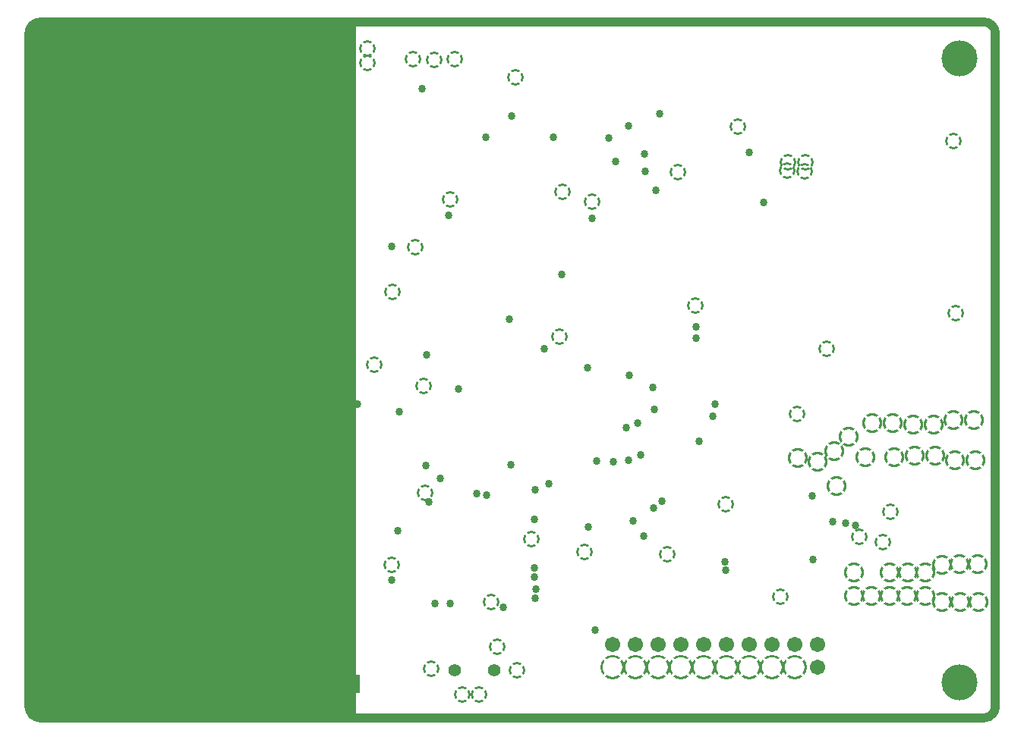
<source format=gbr>
%TF.GenerationSoftware,Altium Limited,Altium Designer,24.10.1 (45)*%
G04 Layer_Physical_Order=2*
G04 Layer_Color=32768*
%FSLAX45Y45*%
%MOMM*%
%TF.SameCoordinates,E1515796-6FB3-4C94-B68D-87BC939BF7D9*%
%TF.FilePolarity,Negative*%
%TF.FileFunction,Copper,L2,Inr,Plane*%
%TF.Part,Single*%
G01*
G75*
%TA.AperFunction,NonConductor*%
%ADD82C,1.01600*%
%ADD83R,36.17500X77.22500*%
%TA.AperFunction,ComponentPad*%
%ADD84C,1.70800*%
G04:AMPARAMS|DCode=85|XSize=2.724mm|YSize=2.724mm|CornerRadius=0mm|HoleSize=0mm|Usage=FLASHONLY|Rotation=0.000|XOffset=0mm|YOffset=0mm|HoleType=Round|Shape=Relief|Width=0.254mm|Gap=0.254mm|Entries=4|*
%AMTHD85*
7,0,0,2.72400,2.21600,0.25400,45*
%
%ADD85THD85*%
%ADD86R,1.10800X2.10800*%
%ADD87C,4.40800*%
%TA.AperFunction,ViaPad*%
%ADD88C,4.00800*%
%TA.AperFunction,ComponentPad*%
%ADD89C,1.80340*%
%ADD90C,0.70800*%
%ADD91C,1.40800*%
%TA.AperFunction,ViaPad*%
%ADD92C,1.21920*%
G04:AMPARAMS|DCode=93|XSize=2.2352mm|YSize=2.2352mm|CornerRadius=0mm|HoleSize=0mm|Usage=FLASHONLY|Rotation=0.000|XOffset=0mm|YOffset=0mm|HoleType=Round|Shape=Relief|Width=0.254mm|Gap=0.254mm|Entries=4|*
%AMTHD93*
7,0,0,2.23520,1.72720,0.25400,45*
%
%ADD93THD93*%
%ADD94C,0.85800*%
G04:AMPARAMS|DCode=95|XSize=1.874mm|YSize=1.874mm|CornerRadius=0mm|HoleSize=0mm|Usage=FLASHONLY|Rotation=0.000|XOffset=0mm|YOffset=0mm|HoleType=Round|Shape=Relief|Width=0.254mm|Gap=0.254mm|Entries=4|*
%AMTHD95*
7,0,0,1.87400,1.36600,0.25400,45*
%
%ADD95THD95*%
%ADD96C,0.80800*%
%ADD97C,0.75800*%
%ADD98C,0.70800*%
D82*
X137000Y7770000D02*
G03*
X10000Y7643000I0J-127000D01*
G01*
X10790000D02*
G03*
X10663000Y7770000I-127000J0D01*
G01*
Y0D02*
G03*
X10790000Y127000I0J127000D01*
G01*
X10000D02*
G03*
X137000Y0I127000J0D01*
G01*
X10000Y127000D02*
Y7643000D01*
X137000Y7770000D02*
X10663000D01*
X10790000Y127000D02*
Y7643000D01*
X137000Y0D02*
X10663000D01*
D83*
X1858750Y3873750D02*
D03*
D84*
X8802500Y819000D02*
D03*
X8548500D02*
D03*
X8294500D02*
D03*
X8040500D02*
D03*
X7786500D02*
D03*
X7532500D02*
D03*
X7278500D02*
D03*
X7024500D02*
D03*
X6770500D02*
D03*
X6516500D02*
D03*
X8802500Y565000D02*
D03*
X3038000Y7265000D02*
D03*
X3546000D02*
D03*
X2784000D02*
D03*
X3292000D02*
D03*
D85*
X6516500Y565000D02*
D03*
X6770500D02*
D03*
X7024500D02*
D03*
X7278500D02*
D03*
X7532500D02*
D03*
X7786500D02*
D03*
X8040500D02*
D03*
X8294500D02*
D03*
X8548500D02*
D03*
D86*
X3652500Y375001D02*
D03*
X1762500D02*
D03*
D87*
X3252500Y1315000D02*
D03*
X2162500D02*
D03*
D88*
X10390000Y7360000D02*
D03*
X400000D02*
D03*
Y400000D02*
D03*
X10390000D02*
D03*
D89*
X445000Y5420001D02*
D03*
Y5770521D02*
D03*
X477500Y4337501D02*
D03*
Y3986981D02*
D03*
X1625520Y7447500D02*
D03*
X1275000D02*
D03*
D90*
X1105000Y4402501D02*
D03*
X1235000D02*
D03*
X1105000Y4272501D02*
D03*
X1235000D02*
D03*
X1105000Y4142501D02*
D03*
X1235000D02*
D03*
X1105000Y4012501D02*
D03*
X1235000D02*
D03*
X1152500Y5797501D02*
D03*
X1282500D02*
D03*
X1152500Y5667501D02*
D03*
X1282500D02*
D03*
X1152500Y5537500D02*
D03*
X1282500D02*
D03*
X1152500Y5407500D02*
D03*
X1282500D02*
D03*
X1737500Y6790000D02*
D03*
Y6660000D02*
D03*
X1607500Y6790000D02*
D03*
Y6660000D02*
D03*
X1477500Y6790000D02*
D03*
Y6660000D02*
D03*
X1347500Y6790000D02*
D03*
Y6660000D02*
D03*
D91*
X4757500Y527500D02*
D03*
X5197500D02*
D03*
D92*
X2710000Y960000D02*
D03*
X710000Y1960000D02*
D03*
X2960000Y460000D02*
D03*
X1710000Y4960000D02*
D03*
Y5960000D02*
D03*
X2210000Y2960000D02*
D03*
X2460000Y6460000D02*
D03*
X1460000Y460000D02*
D03*
X2460000Y4460000D02*
D03*
X3210000Y2960000D02*
D03*
X710000Y960000D02*
D03*
X2460000Y460000D02*
D03*
X460000Y2460000D02*
D03*
X3210000Y4960000D02*
D03*
X460000Y1460000D02*
D03*
X1210000Y960000D02*
D03*
Y1960000D02*
D03*
X1960000Y460000D02*
D03*
X2460000Y5460000D02*
D03*
X1710000Y3960000D02*
D03*
X2960000Y1460000D02*
D03*
X2210000Y4960000D02*
D03*
X2960000Y6460000D02*
D03*
X960000Y460000D02*
D03*
X1460000Y1460000D02*
D03*
X1710000Y960000D02*
D03*
X2710000Y2960000D02*
D03*
X1960000Y4460000D02*
D03*
X3210000Y960000D02*
D03*
X960000Y1460000D02*
D03*
X3210000Y1960000D02*
D03*
X2960000Y5460000D02*
D03*
D93*
X10590809Y1712819D02*
D03*
X10390809D02*
D03*
X10190935Y1705717D02*
D03*
X10009264Y1622076D02*
D03*
X9809264D02*
D03*
X9609264D02*
D03*
X9209264Y1622067D02*
D03*
X9208138Y1357935D02*
D03*
X9408138Y1357924D02*
D03*
X9608138D02*
D03*
X9808138D02*
D03*
X10008138D02*
D03*
X10198376Y1296201D02*
D03*
X10398335Y1292181D02*
D03*
X10598335D02*
D03*
X9155564Y3142373D02*
D03*
X8996107Y2980810D02*
D03*
X8805382Y2857713D02*
D03*
X8582146Y2898876D02*
D03*
X9019300Y2588698D02*
D03*
X9342364Y2907661D02*
D03*
X9413324Y3288207D02*
D03*
X10548270Y3323936D02*
D03*
X10321270D02*
D03*
X10099790Y3274180D02*
D03*
X9872790D02*
D03*
X9646486Y3291936D02*
D03*
X9662082Y2908064D02*
D03*
X9888386Y2925820D02*
D03*
X10115386D02*
D03*
X10336866Y2876064D02*
D03*
X10563866D02*
D03*
D94*
X4124377Y2085000D02*
D03*
X6550000Y6215000D02*
D03*
X7042500Y6747500D02*
D03*
X6480000Y6472500D02*
D03*
X6695000Y6612500D02*
D03*
X7000000Y5890000D02*
D03*
X6885000Y6105000D02*
D03*
X6872500Y6295000D02*
D03*
X4472500Y2410000D02*
D03*
X9117500Y2170000D02*
D03*
X9227500Y2152500D02*
D03*
X8752500Y1765000D02*
D03*
X8977500Y2190000D02*
D03*
X8747500Y2477500D02*
D03*
X7482500Y3090000D02*
D03*
X6972500Y3687500D02*
D03*
X7640000Y3370000D02*
D03*
X7660000Y3502500D02*
D03*
X6252500Y2132500D02*
D03*
X6705000Y3825000D02*
D03*
X6242500Y3910000D02*
D03*
X6865000Y2030000D02*
D03*
X6752500Y2200000D02*
D03*
X7070000Y2422500D02*
D03*
X6975000Y2340000D02*
D03*
X6832500Y2932500D02*
D03*
X6700000Y2880000D02*
D03*
X5652500Y2545000D02*
D03*
X5812500Y2615000D02*
D03*
X6982500Y3445000D02*
D03*
X6803030Y3291970D02*
D03*
X6670000Y3240000D02*
D03*
X6525105Y2859895D02*
D03*
X6340852Y2866648D02*
D03*
X5757500Y4120000D02*
D03*
X5367500Y4455000D02*
D03*
X5387500Y2827500D02*
D03*
X4440000Y2817500D02*
D03*
X8205000Y5757500D02*
D03*
X7450000Y4237500D02*
D03*
Y4365000D02*
D03*
X6290000Y5577500D02*
D03*
X8042500Y6315000D02*
D03*
X5950000Y4950000D02*
D03*
X7777500Y1645000D02*
D03*
X7775000Y1745000D02*
D03*
X6325000Y977500D02*
D03*
X5660000Y1335000D02*
D03*
X5665000Y1440000D02*
D03*
X5645000Y1570000D02*
D03*
X5647500Y1677500D02*
D03*
X5300000Y1230000D02*
D03*
X5002500Y2502500D02*
D03*
X4140000Y3420000D02*
D03*
X5857500Y6482500D02*
D03*
X5102500Y6487500D02*
D03*
X4055000Y1542500D02*
D03*
X4600000Y2670000D02*
D03*
X5114590Y2489590D02*
D03*
X5647500Y2212500D02*
D03*
X4802500Y3672500D02*
D03*
X4707500Y1280000D02*
D03*
X4535000D02*
D03*
X4055000Y5262500D02*
D03*
X4692500Y5607500D02*
D03*
X4395000Y7022500D02*
D03*
X5397500Y6720000D02*
D03*
X4445000Y4057500D02*
D03*
X3675000Y3505000D02*
D03*
X3477500Y3512500D02*
D03*
X3285000Y3502500D02*
D03*
X3090000D02*
D03*
X2142500Y7425000D02*
D03*
X2012500D02*
D03*
X690000Y6532500D02*
D03*
X905000D02*
D03*
X730000Y5167500D02*
D03*
D95*
X7250000Y6097500D02*
D03*
X5235000Y795000D02*
D03*
X4500000Y550000D02*
D03*
X5450000Y532500D02*
D03*
X5027500Y262500D02*
D03*
X4840000D02*
D03*
X4425000Y2512500D02*
D03*
X5162500Y1292500D02*
D03*
X9617500Y2300000D02*
D03*
X9537500Y1965000D02*
D03*
X9275000Y2022500D02*
D03*
X8390000Y1355000D02*
D03*
X8575000Y3392500D02*
D03*
X7780000Y2382500D02*
D03*
X5927500Y4257500D02*
D03*
X5615000Y1995000D02*
D03*
X6210000Y1850000D02*
D03*
X10350000Y4520000D02*
D03*
X10322500Y6437500D02*
D03*
X8665000Y6105000D02*
D03*
X8470000Y6110000D02*
D03*
X8670000Y6205000D02*
D03*
X8472500D02*
D03*
X8910000Y4117500D02*
D03*
X7442500Y4602500D02*
D03*
X6290000Y5767500D02*
D03*
X7920000Y6600000D02*
D03*
X5960000Y5872500D02*
D03*
X7127500Y1827500D02*
D03*
X4052500Y1710000D02*
D03*
X4415000Y3705000D02*
D03*
X4705000Y5787500D02*
D03*
X3785000Y7312500D02*
D03*
X3787500Y7475000D02*
D03*
X4760000Y7352500D02*
D03*
X4527500Y7350000D02*
D03*
X4292500Y7352500D02*
D03*
X5437500Y7152500D02*
D03*
X4315000Y5255000D02*
D03*
X4065000Y4757500D02*
D03*
X3860000Y3942500D02*
D03*
D96*
X900000Y5165000D02*
D03*
X2230000Y2582500D02*
D03*
Y2402500D02*
D03*
Y2212500D02*
D03*
X2232500Y2035000D02*
D03*
X2235000Y1782500D02*
D03*
X2095000Y1780000D02*
D03*
X2092500Y2032500D02*
D03*
X2090000Y2210000D02*
D03*
Y2400000D02*
D03*
Y2580000D02*
D03*
D97*
X1005000Y3015000D02*
D03*
X1007500Y3137500D02*
D03*
X1012500Y3257500D02*
D03*
X1142500Y3015000D02*
D03*
Y3137500D02*
D03*
X1145000Y3260000D02*
D03*
D98*
X1147500Y2369500D02*
D03*
X1037500D02*
D03*
X927500D02*
D03*
X1147500Y2479500D02*
D03*
X1037500D02*
D03*
X927500D02*
D03*
X1147500Y2589500D02*
D03*
X1037500D02*
D03*
X927500D02*
D03*
X1147500Y2699500D02*
D03*
X1037500D02*
D03*
X927500D02*
D03*
%TF.MD5,342395f6afe200d691ce70ec7b8b4e09*%
M02*

</source>
